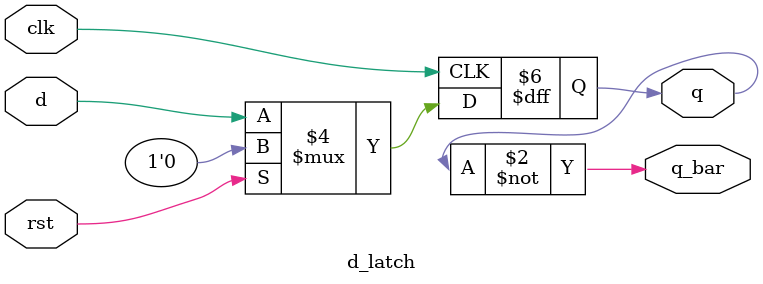
<source format=v>
module d_latch(d,clk,rst,q,q_bar);
input d,clk,rst;
output reg q;
output q_bar;
always @(posedge clk)
begin
if(rst)
q<=1'b0;
else
q<=d;
end
assign q_bar=~q;

endmodule


</source>
